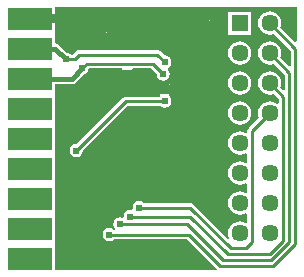
<source format=gbl>
G04 Layer_Physical_Order=2*
G04 Layer_Color=11436288*
%FSLAX25Y25*%
%MOIN*%
G70*
G01*
G75*
%ADD10R,0.15000X0.07600*%
%ADD16C,0.01000*%
%ADD17C,0.01500*%
%ADD20C,0.05709*%
%ADD21R,0.05709X0.05709*%
%ADD22C,0.02400*%
G36*
X198930Y324887D02*
X198468Y324695D01*
X193584Y329579D01*
X193755Y329994D01*
X193888Y331000D01*
X193755Y332006D01*
X193367Y332944D01*
X192749Y333749D01*
X191944Y334367D01*
X191006Y334755D01*
X190000Y334888D01*
X188994Y334755D01*
X188056Y334367D01*
X187251Y333749D01*
X186633Y332944D01*
X186245Y332006D01*
X186112Y331000D01*
X186245Y329994D01*
X186633Y329056D01*
X187251Y328251D01*
X188056Y327633D01*
X188994Y327245D01*
X190000Y327112D01*
X191006Y327245D01*
X191421Y327416D01*
X196971Y321866D01*
Y316846D01*
X196509Y316654D01*
X193584Y319579D01*
X193755Y319994D01*
X193888Y321000D01*
X193755Y322006D01*
X193367Y322944D01*
X192749Y323749D01*
X191944Y324367D01*
X191006Y324755D01*
X190000Y324888D01*
X188994Y324755D01*
X188056Y324367D01*
X187251Y323749D01*
X186633Y322944D01*
X186245Y322006D01*
X186112Y321000D01*
X186245Y319994D01*
X186633Y319056D01*
X187251Y318251D01*
X188056Y317633D01*
X188994Y317245D01*
X190000Y317112D01*
X191006Y317245D01*
X191421Y317417D01*
X194971Y313866D01*
Y308846D01*
X194509Y308654D01*
X193584Y309579D01*
X193755Y309994D01*
X193888Y311000D01*
X193755Y312006D01*
X193367Y312944D01*
X192749Y313749D01*
X191944Y314367D01*
X191006Y314755D01*
X190000Y314888D01*
X188994Y314755D01*
X188056Y314367D01*
X187251Y313749D01*
X186633Y312944D01*
X186245Y312006D01*
X186112Y311000D01*
X186245Y309994D01*
X186633Y309056D01*
X187251Y308251D01*
X188056Y307633D01*
X188994Y307245D01*
X190000Y307112D01*
X191006Y307245D01*
X191421Y307417D01*
X192971Y305867D01*
Y304209D01*
X192471Y303962D01*
X191944Y304367D01*
X191006Y304755D01*
X190000Y304888D01*
X188994Y304755D01*
X188056Y304367D01*
X187251Y303749D01*
X186633Y302944D01*
X186245Y302006D01*
X186112Y301000D01*
X186245Y299994D01*
X186416Y299579D01*
X182919Y296081D01*
X182587Y295585D01*
X182471Y295000D01*
Y294528D01*
X182022Y294307D01*
X181944Y294367D01*
X181006Y294755D01*
X180000Y294888D01*
X178994Y294755D01*
X178056Y294367D01*
X177251Y293749D01*
X176633Y292944D01*
X176245Y292006D01*
X176112Y291000D01*
X176245Y289994D01*
X176633Y289056D01*
X177251Y288251D01*
X178056Y287633D01*
X178994Y287245D01*
X180000Y287112D01*
X181006Y287245D01*
X181944Y287633D01*
X182022Y287693D01*
X182471Y287472D01*
Y284528D01*
X182022Y284307D01*
X181944Y284367D01*
X181006Y284755D01*
X180000Y284888D01*
X178994Y284755D01*
X178056Y284367D01*
X177251Y283749D01*
X176633Y282944D01*
X176245Y282006D01*
X176112Y281000D01*
X176245Y279994D01*
X176633Y279056D01*
X177251Y278251D01*
X178056Y277633D01*
X178994Y277245D01*
X180000Y277112D01*
X181006Y277245D01*
X181944Y277633D01*
X182022Y277693D01*
X182471Y277472D01*
Y274528D01*
X182022Y274307D01*
X181944Y274367D01*
X181006Y274755D01*
X180000Y274888D01*
X178994Y274755D01*
X178056Y274367D01*
X177251Y273749D01*
X176633Y272944D01*
X176245Y272006D01*
X176112Y271000D01*
X176245Y269994D01*
X176633Y269056D01*
X177251Y268251D01*
X178056Y267633D01*
X178994Y267245D01*
X180000Y267112D01*
X181006Y267245D01*
X181944Y267633D01*
X182022Y267693D01*
X182471Y267472D01*
Y264528D01*
X182022Y264307D01*
X181944Y264367D01*
X181006Y264755D01*
X180000Y264888D01*
X178994Y264755D01*
X178056Y264367D01*
X177251Y263749D01*
X176633Y262944D01*
X176245Y262006D01*
X176112Y261000D01*
X176245Y259994D01*
X176506Y259364D01*
X176082Y259081D01*
X164581Y270581D01*
X164085Y270913D01*
X163500Y271029D01*
X148124D01*
X148086Y271086D01*
X147358Y271572D01*
X146500Y271743D01*
X145642Y271572D01*
X144914Y271086D01*
X144428Y270358D01*
X144257Y269500D01*
X144339Y269086D01*
X143914Y268661D01*
X143500Y268743D01*
X142642Y268572D01*
X141914Y268086D01*
X141428Y267358D01*
X141257Y266500D01*
X141289Y266340D01*
X140873Y266063D01*
X140858Y266072D01*
X140000Y266243D01*
X139142Y266072D01*
X138414Y265586D01*
X137928Y264858D01*
X137757Y264000D01*
X137928Y263142D01*
X138337Y262529D01*
X138321Y262485D01*
X137988Y262152D01*
X137358Y262572D01*
X136500Y262743D01*
X135642Y262572D01*
X134914Y262086D01*
X134428Y261358D01*
X134257Y260500D01*
X134428Y259642D01*
X134914Y258914D01*
X135642Y258428D01*
X136500Y258257D01*
X137358Y258428D01*
X138086Y258914D01*
X138124Y258971D01*
X162366D01*
X172267Y249071D01*
X172059Y248571D01*
X118500D01*
Y257300D01*
X118500D01*
Y257700D01*
X118500D01*
Y267300D01*
X118500D01*
Y267700D01*
X118500D01*
Y277300D01*
X118500D01*
Y277700D01*
X118500D01*
Y287300D01*
X118500D01*
Y287700D01*
X118500D01*
Y297300D01*
X118500D01*
Y297700D01*
X118500D01*
Y307300D01*
X118500D01*
Y307700D01*
X118500D01*
Y310716D01*
X124000D01*
X124683Y310852D01*
X125262Y311238D01*
X127850Y313826D01*
X128358Y313928D01*
X129086Y314414D01*
X129572Y315142D01*
X129737Y315971D01*
X140658D01*
X140826Y315500D01*
X144174D01*
X144342Y315971D01*
X150366D01*
X152270Y314067D01*
X152257Y314000D01*
X152428Y313142D01*
X152914Y312414D01*
X153642Y311928D01*
X154500Y311757D01*
X155358Y311928D01*
X156086Y312414D01*
X156572Y313142D01*
X156743Y314000D01*
X156572Y314858D01*
X156115Y315543D01*
X156086Y315586D01*
X156167Y316134D01*
X156586Y316414D01*
X157072Y317142D01*
X157243Y318000D01*
X157072Y318858D01*
X156586Y319586D01*
X155858Y320072D01*
X155000Y320243D01*
X154933Y320230D01*
X153581Y321581D01*
X153085Y321913D01*
X152500Y322029D01*
X126500D01*
X125915Y321913D01*
X125419Y321581D01*
X124366Y320529D01*
X123624D01*
X123586Y320586D01*
X122858Y321072D01*
X122350Y321174D01*
X119762Y323762D01*
X119183Y324149D01*
X118500Y324284D01*
Y327300D01*
X118500D01*
Y327700D01*
X118500D01*
Y331000D01*
X110000D01*
Y334000D01*
X118500D01*
Y336429D01*
X198930D01*
Y324887D01*
D02*
G37*
%LPC*%
G36*
X153500Y310644D02*
X153414Y310586D01*
X153356Y310500D01*
X153500D01*
Y310644D01*
D02*
G37*
G36*
X180000Y314888D02*
X178994Y314755D01*
X178056Y314367D01*
X177251Y313749D01*
X176633Y312944D01*
X176245Y312006D01*
X176112Y311000D01*
X176245Y309994D01*
X176633Y309056D01*
X177251Y308251D01*
X178056Y307633D01*
X178994Y307245D01*
X180000Y307112D01*
X181006Y307245D01*
X181944Y307633D01*
X182749Y308251D01*
X183367Y309056D01*
X183755Y309994D01*
X183888Y311000D01*
X183755Y312006D01*
X183367Y312944D01*
X182749Y313749D01*
X181944Y314367D01*
X181006Y314755D01*
X180000Y314888D01*
D02*
G37*
G36*
X141000Y312500D02*
X140856D01*
X140914Y312414D01*
X141000Y312356D01*
Y312500D01*
D02*
G37*
G36*
X156500Y310644D02*
Y310500D01*
X156644D01*
X156586Y310586D01*
X156500Y310644D01*
D02*
G37*
G36*
X156644Y307500D02*
X153356D01*
X153414Y307414D01*
X153510Y307350D01*
X153542Y306802D01*
X153251Y306529D01*
X142000D01*
X141415Y306413D01*
X140919Y306081D01*
X125567Y290730D01*
X125500Y290743D01*
X124642Y290572D01*
X123914Y290086D01*
X123428Y289358D01*
X123257Y288500D01*
X123428Y287642D01*
X123914Y286914D01*
X124642Y286428D01*
X125500Y286257D01*
X126358Y286428D01*
X127086Y286914D01*
X127572Y287642D01*
X127743Y288500D01*
X127730Y288567D01*
X142633Y303471D01*
X153376D01*
X153414Y303414D01*
X154142Y302928D01*
X155000Y302757D01*
X155858Y302928D01*
X156586Y303414D01*
X157072Y304142D01*
X157243Y305000D01*
X157072Y305858D01*
X156586Y306586D01*
X156341Y306750D01*
Y307250D01*
X156586Y307414D01*
X156644Y307500D01*
D02*
G37*
G36*
X133644Y277400D02*
X133500D01*
Y277256D01*
X133586Y277314D01*
X133644Y277400D01*
D02*
G37*
G36*
X130500D02*
X130356D01*
X130414Y277314D01*
X130500Y277256D01*
Y277400D01*
D02*
G37*
G36*
Y280544D02*
X130414Y280486D01*
X130356Y280400D01*
X130500D01*
Y280544D01*
D02*
G37*
G36*
X180000Y304888D02*
X178994Y304755D01*
X178056Y304367D01*
X177251Y303749D01*
X176633Y302944D01*
X176245Y302006D01*
X176112Y301000D01*
X176245Y299994D01*
X176633Y299056D01*
X177251Y298251D01*
X178056Y297633D01*
X178994Y297245D01*
X180000Y297112D01*
X181006Y297245D01*
X181944Y297633D01*
X182749Y298251D01*
X183367Y299056D01*
X183755Y299994D01*
X183888Y301000D01*
X183755Y302006D01*
X183367Y302944D01*
X182749Y303749D01*
X181944Y304367D01*
X181006Y304755D01*
X180000Y304888D01*
D02*
G37*
G36*
X133500Y280544D02*
Y280400D01*
X133644D01*
X133586Y280486D01*
X133500Y280544D01*
D02*
G37*
G36*
X144144Y312500D02*
X144000D01*
Y312356D01*
X144086Y312414D01*
X144144Y312500D01*
D02*
G37*
G36*
X170000Y332000D02*
X169856D01*
X169914Y331914D01*
X170000Y331856D01*
Y332000D01*
D02*
G37*
G36*
X135500Y331144D02*
Y331000D01*
X135644D01*
X135586Y331086D01*
X135500Y331144D01*
D02*
G37*
G36*
X173144Y332000D02*
X173000D01*
Y331856D01*
X173086Y331914D01*
X173144Y332000D01*
D02*
G37*
G36*
X173000Y335144D02*
Y335000D01*
X173144D01*
X173086Y335086D01*
X173000Y335144D01*
D02*
G37*
G36*
X170000D02*
X169914Y335086D01*
X169856Y335000D01*
X170000D01*
Y335144D01*
D02*
G37*
G36*
X183854Y334854D02*
X176146D01*
Y327146D01*
X183854D01*
Y334854D01*
D02*
G37*
G36*
X180000Y324888D02*
X178994Y324755D01*
X178056Y324367D01*
X177251Y323749D01*
X176633Y322944D01*
X176245Y322006D01*
X176112Y321000D01*
X176245Y319994D01*
X176633Y319056D01*
X177251Y318251D01*
X178056Y317633D01*
X178994Y317245D01*
X180000Y317112D01*
X181006Y317245D01*
X181944Y317633D01*
X182749Y318251D01*
X183367Y319056D01*
X183755Y319994D01*
X183888Y321000D01*
X183755Y322006D01*
X183367Y322944D01*
X182749Y323749D01*
X181944Y324367D01*
X181006Y324755D01*
X180000Y324888D01*
D02*
G37*
G36*
X132500Y328000D02*
X132356D01*
X132414Y327914D01*
X132500Y327856D01*
Y328000D01*
D02*
G37*
G36*
Y331144D02*
X132414Y331086D01*
X132356Y331000D01*
X132500D01*
Y331144D01*
D02*
G37*
G36*
X135644Y328000D02*
X135500D01*
Y327856D01*
X135586Y327914D01*
X135644Y328000D01*
D02*
G37*
%LPD*%
D10*
X110000Y252500D02*
D03*
Y262500D02*
D03*
Y272500D02*
D03*
Y282500D02*
D03*
Y292500D02*
D03*
Y302500D02*
D03*
Y312500D02*
D03*
Y322500D02*
D03*
Y332500D02*
D03*
D16*
X190500Y252000D02*
X196500Y258000D01*
Y314500D01*
X190000Y321000D02*
X196500Y314500D01*
X191000Y250000D02*
X198500Y257500D01*
Y322500D01*
X190000Y331000D02*
X198500Y322500D01*
X182000Y256000D02*
X184000Y258000D01*
Y295000D01*
X190000Y301000D01*
Y311000D02*
X194500Y306500D01*
X190000Y254000D02*
X194500Y258500D01*
Y306500D01*
X151000Y317500D02*
X154500Y314000D01*
X127500Y316000D02*
X129000Y317500D01*
X151000D01*
X122000Y319000D02*
X125000D01*
X152500Y320500D02*
X155000Y318000D01*
X125000Y319000D02*
X126500Y320500D01*
X152500D01*
X146500Y269500D02*
X163500D01*
X177000Y256000D01*
X182000D01*
X143500Y266500D02*
X163500D01*
X176000Y254000D01*
X190000D01*
X140000Y264000D02*
X162500D01*
X174500Y252000D01*
X190500D01*
X136500Y260500D02*
X163000D01*
X173500Y250000D01*
X191000D01*
X125500Y288500D02*
X142000Y305000D01*
X155000D01*
D17*
X110000Y322500D02*
X118500D01*
X122000Y319000D01*
X110000Y312500D02*
X124000D01*
X127500Y316000D01*
D20*
X190000Y261000D02*
D03*
Y271000D02*
D03*
Y281000D02*
D03*
Y291000D02*
D03*
Y301000D02*
D03*
Y311000D02*
D03*
Y321000D02*
D03*
Y331000D02*
D03*
X180000Y261000D02*
D03*
Y271000D02*
D03*
Y281000D02*
D03*
Y291000D02*
D03*
Y301000D02*
D03*
Y311000D02*
D03*
Y321000D02*
D03*
D21*
Y331000D02*
D03*
D22*
X143500Y266500D02*
D03*
X140000Y264000D02*
D03*
X136500Y260500D02*
D03*
X146500Y269500D02*
D03*
X154500Y314000D02*
D03*
X155000Y318000D02*
D03*
X122000Y319000D02*
D03*
X171500Y333500D02*
D03*
X134000Y329500D02*
D03*
X155000Y309000D02*
D03*
X142500Y314000D02*
D03*
X127500Y316000D02*
D03*
X132000Y278900D02*
D03*
X125500Y288500D02*
D03*
X155000Y305000D02*
D03*
M02*

</source>
